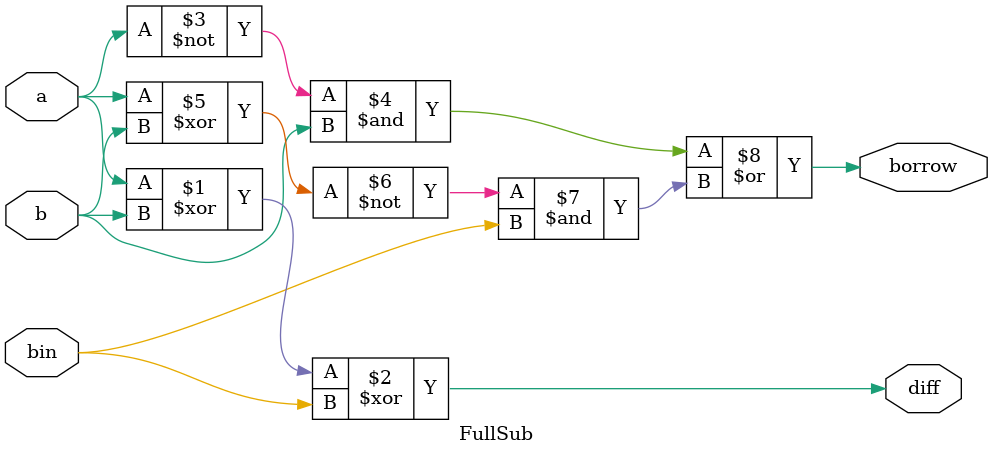
<source format=v>
module FullSub (
    input  wire a, b, bin,       // Inputs
    output wire diff, borrow     // Outputs
);

    // Logic equations
    assign diff   = a ^ b ^ bin;                  // Difference
    assign borrow = (~a & b) | (~(a ^ b) & bin);  // Borrow logic

endmodule

</source>
